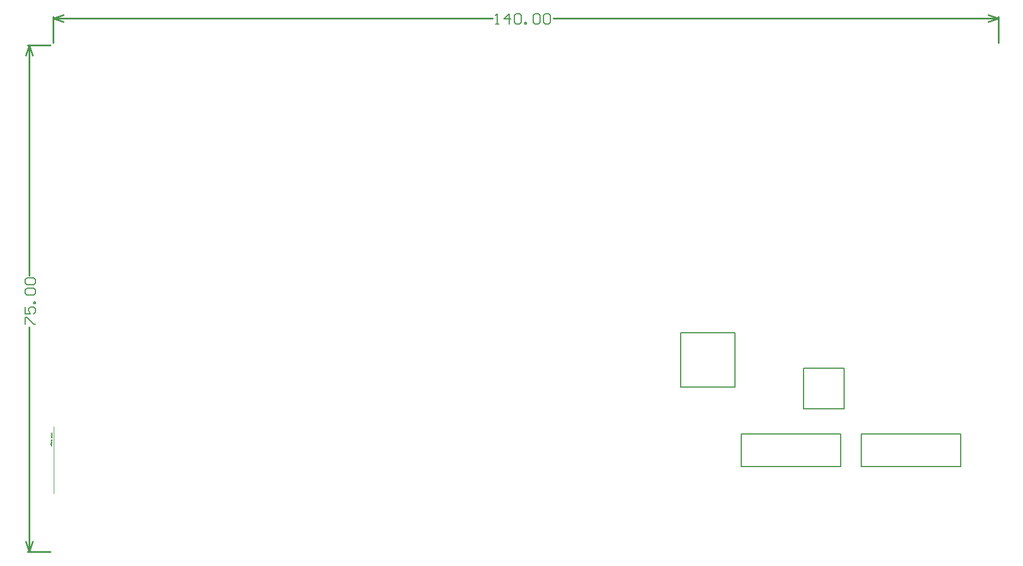
<source format=gm1>
G04 Layer_Color=16711935*
%FSLAX44Y44*%
%MOMM*%
G71*
G01*
G75*
%ADD43C,0.2000*%
%ADD47C,0.2540*%
%ADD69C,0.1524*%
%ADD72C,0.1000*%
%ADD139C,0.0300*%
D43*
X1010000Y244000D02*
Y324000D01*
X930000D02*
X1010000D01*
X930000Y244000D02*
Y324000D01*
Y244000D02*
X1010000D01*
X1112000Y212000D02*
X1172000D01*
Y272000D01*
X1112000D02*
X1172000D01*
X1112000Y212000D02*
Y272000D01*
X1344800Y126040D02*
Y174040D01*
X1196800Y126040D02*
Y174040D01*
Y126040D02*
X1344800D01*
X1196800Y174040D02*
X1344800D01*
X1019000Y126040D02*
Y174040D01*
X1167000Y126040D02*
Y174040D01*
X1019000D02*
X1167000D01*
X1019000Y126040D02*
X1167000D01*
D47*
X1400000Y753810D02*
Y792810D01*
X0Y753810D02*
Y792810D01*
X740627Y790270D02*
X1400000D01*
X0D02*
X651245D01*
X1384760Y795350D02*
X1400000Y790270D01*
X1384760Y785190D02*
X1400000Y790270D01*
X0D02*
X15240Y785190D01*
X0Y790270D02*
X15240Y795350D01*
X-38316Y0D02*
X-3810D01*
X-38316Y750000D02*
X-3810D01*
X-35776Y0D02*
Y332593D01*
Y409279D02*
Y750000D01*
Y0D02*
X-30696Y15240D01*
X-40856D02*
X-35776Y0D01*
X-40856Y734760D02*
X-35776Y750000D01*
X-30696Y734760D01*
D69*
X655309Y781129D02*
X660388D01*
X657848D01*
Y796364D01*
X655309Y793824D01*
X675623Y781129D02*
Y796364D01*
X668005Y788746D01*
X678162D01*
X683240Y793824D02*
X685779Y796364D01*
X690858D01*
X693397Y793824D01*
Y783668D01*
X690858Y781129D01*
X685779D01*
X683240Y783668D01*
Y793824D01*
X698475Y781129D02*
Y783668D01*
X701014D01*
Y781129D01*
X698475D01*
X711171Y793824D02*
X713710Y796364D01*
X718789D01*
X721328Y793824D01*
Y783668D01*
X718789Y781129D01*
X713710D01*
X711171Y783668D01*
Y793824D01*
X726406D02*
X728945Y796364D01*
X734024D01*
X736563Y793824D01*
Y783668D01*
X734024Y781129D01*
X728945D01*
X726406Y783668D01*
Y793824D01*
X-41870Y336657D02*
Y346814D01*
X-39330D01*
X-29174Y336657D01*
X-26635D01*
X-41870Y362049D02*
Y351892D01*
X-34252D01*
X-36791Y356970D01*
Y359510D01*
X-34252Y362049D01*
X-29174D01*
X-26635Y359510D01*
Y354431D01*
X-29174Y351892D01*
X-26635Y367127D02*
X-29174D01*
Y369666D01*
X-26635D01*
Y367127D01*
X-39330Y379823D02*
X-41870Y382362D01*
Y387441D01*
X-39330Y389980D01*
X-29174D01*
X-26635Y387441D01*
Y382362D01*
X-29174Y379823D01*
X-39330D01*
Y395058D02*
X-41870Y397597D01*
Y402676D01*
X-39330Y405215D01*
X-29174D01*
X-26635Y402676D01*
Y397597D01*
X-29174Y395058D01*
X-39330D01*
D72*
X518Y86213D02*
Y185213D01*
D139*
X-3804Y176077D02*
X-1305D01*
Y174827D01*
X-1722Y174410D01*
X-2555D01*
X-2971Y174827D01*
Y176077D01*
X-1722Y171911D02*
X-1305Y172328D01*
Y173161D01*
X-1722Y173577D01*
X-3388D01*
X-3804Y173161D01*
Y172328D01*
X-3388Y171911D01*
X-1305Y171078D02*
X-3804D01*
Y169829D01*
X-3388Y169412D01*
X-2971D01*
X-2555Y169829D01*
Y171078D01*
Y169829D01*
X-2138Y169412D01*
X-1722D01*
X-1305Y169829D01*
Y171078D01*
Y164414D02*
Y166080D01*
X-3804D01*
Y164414D01*
X-2555Y166080D02*
Y165247D01*
X-1305Y161915D02*
X-3804D01*
Y163164D01*
X-3388Y163581D01*
X-2555D01*
X-2138Y163164D01*
Y161915D01*
X-4637Y160248D02*
Y159832D01*
X-4221Y159415D01*
X-2138D01*
Y160665D01*
X-2555Y161082D01*
X-3388D01*
X-3804Y160665D01*
Y159415D01*
Y157333D02*
Y158166D01*
X-3388Y158582D01*
X-2555D01*
X-2138Y158166D01*
Y157333D01*
X-2555Y156916D01*
X-2971D01*
Y158582D01*
M02*

</source>
